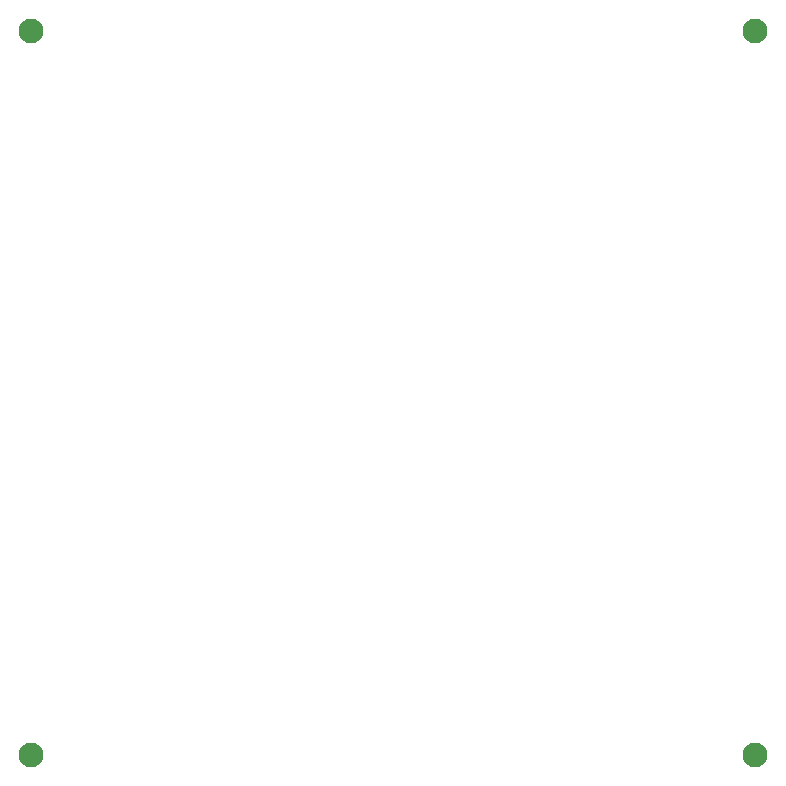
<source format=gbr>
%TF.GenerationSoftware,Altium Limited,Altium Designer,20.1.12 (249)*%
G04 Layer_Color=255*
%FSLAX26Y26*%
%MOIN*%
%TF.SameCoordinates,A8668A30-75EC-4931-8606-AFBFD81A24F0*%
%TF.FilePolarity,Positive*%
%TF.FileFunction,Pads,Bot*%
%TF.Part,Single*%
G01*
G75*
%TA.AperFunction,ViaPad*%
%ADD10C,0.082677*%
D10*
X2589921Y177165D02*
D03*
Y2590551D02*
D03*
D03*
D03*
X176536Y177165D02*
D03*
Y2590551D02*
D03*
%TF.MD5,8f8faa414bbcddfc9edfc109d93c2f25*%
M02*

</source>
